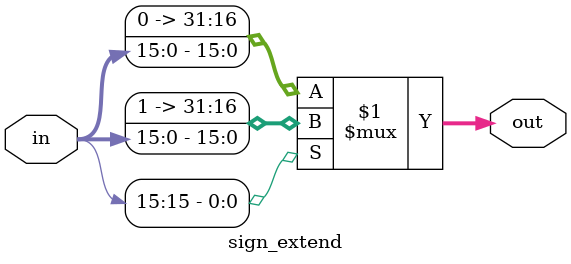
<source format=v>
module sign_extend (
  input wire [15:0] in,
  output wire [31:0] out
);

  assign out = (in[15]) ? {{16{1'b1}}, in} : {{16{1'b0}}, in};

endmodule

</source>
